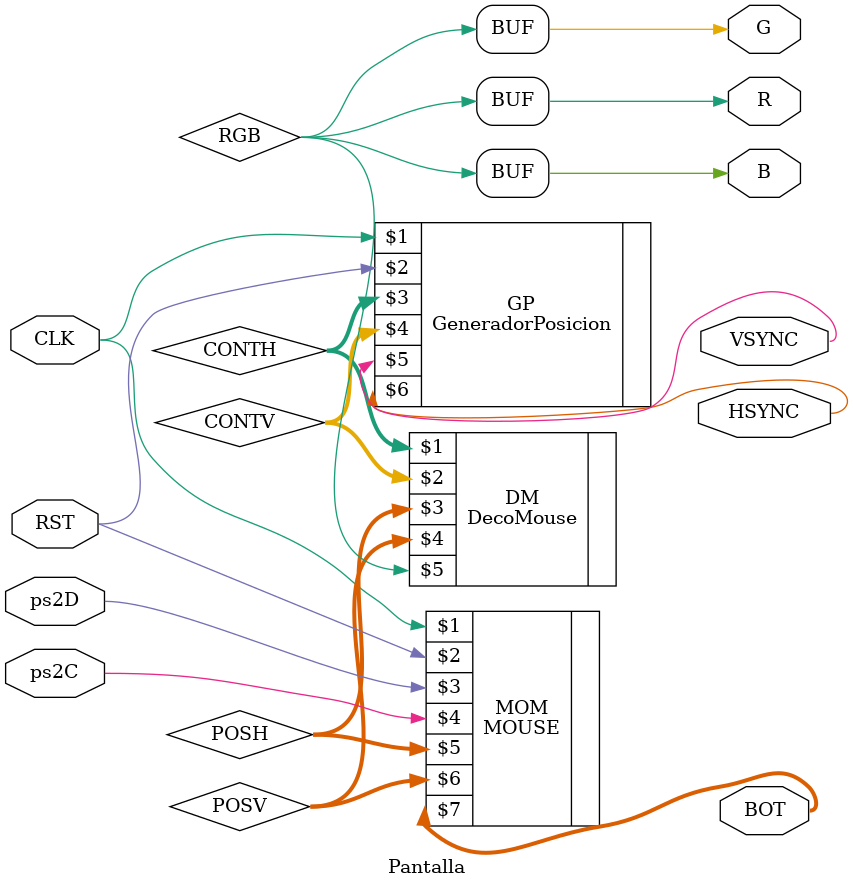
<source format=v>
`timescale 1ns / 1ps

module Pantalla(CLK,RST,ps2D,ps2C,VSYNC,HSYNC,R,G,B,BOT);
	input CLK,RST;
	inout ps2D,ps2C;
	output wire VSYNC,HSYNC,R,G,B;
	output[2:0] BOT;
	
	//Modulo Generador
	wire [9:0] CONTH,CONTV;
	GeneradorPosicion GP(CLK,RST,CONTH,CONTV,VSYNC,HSYNC); //Aquí deben poner el control VGA de ustedes!

	//Modulo Mouse
	wire [9:0] POSH,POSV;
	wire [2:0] BOT;
	MOUSE MOM(CLK,RST,ps2D,ps2C,POSH,POSV,BOT);	//Aqui va el mouse de ustedes!!!
	
	//Pintado
	wire RGB;
	DecoMouse DM(CONTH,CONTV,POSH,POSV,RGB);
	
	assign R=RGB;
	assign G=R;
	assign B=R;
	
endmodule
 
</source>
